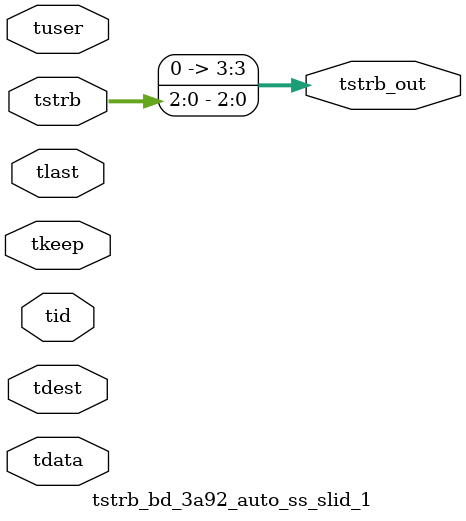
<source format=v>


`timescale 1ps/1ps

module tstrb_bd_3a92_auto_ss_slid_1 #
(
parameter C_S_AXIS_TDATA_WIDTH = 32,
parameter C_S_AXIS_TUSER_WIDTH = 0,
parameter C_S_AXIS_TID_WIDTH   = 0,
parameter C_S_AXIS_TDEST_WIDTH = 0,
parameter C_M_AXIS_TDATA_WIDTH = 32
)
(
input  [(C_S_AXIS_TDATA_WIDTH == 0 ? 1 : C_S_AXIS_TDATA_WIDTH)-1:0     ] tdata,
input  [(C_S_AXIS_TUSER_WIDTH == 0 ? 1 : C_S_AXIS_TUSER_WIDTH)-1:0     ] tuser,
input  [(C_S_AXIS_TID_WIDTH   == 0 ? 1 : C_S_AXIS_TID_WIDTH)-1:0       ] tid,
input  [(C_S_AXIS_TDEST_WIDTH == 0 ? 1 : C_S_AXIS_TDEST_WIDTH)-1:0     ] tdest,
input  [(C_S_AXIS_TDATA_WIDTH/8)-1:0 ] tkeep,
input  [(C_S_AXIS_TDATA_WIDTH/8)-1:0 ] tstrb,
input                                                                    tlast,
output [(C_M_AXIS_TDATA_WIDTH/8)-1:0 ] tstrb_out
);

assign tstrb_out = {tstrb[2:0]};

endmodule


</source>
